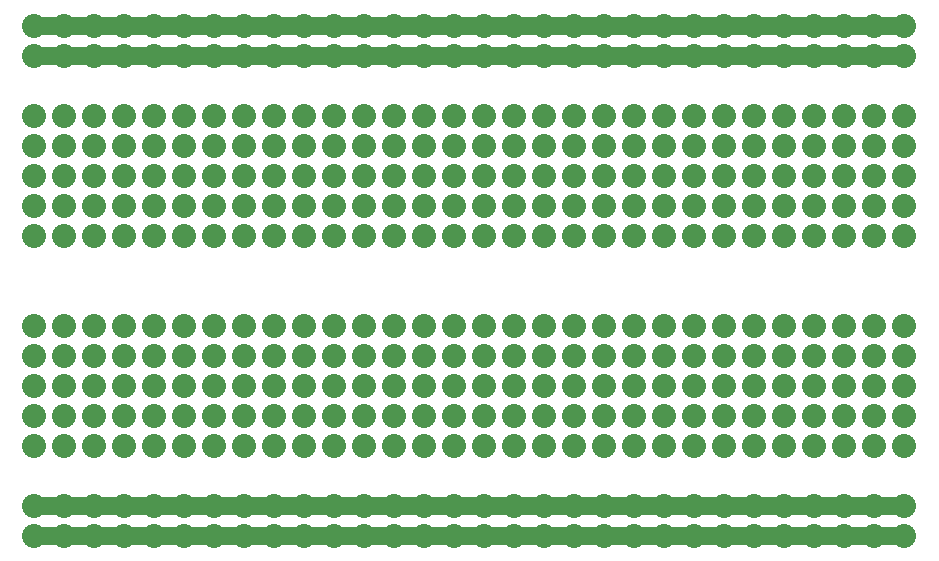
<source format=gtl>
G04 Layer: TopLayer*
G04 EasyEDA v6.4.7, 2020-11-05T13:47:00--3:00*
G04 c1199a7e55574453b5ef4e22c537c2a6,NaN*
G04 Gerber Generator version 0.2*
G04 Scale: 100 percent, Rotated: No, Reflected: No *
G04 Dimensions in inches *
G04 leading zeros omitted , absolute positions ,2 integer and 4 decimal *
%FSLAX24Y24*%
%MOIN*%
G90*
D02*

%ADD11C,0.060000*%
%ADD12C,0.080000*%

%LPD*%
G54D11*
G01X500Y18000D02*
G01X29500Y18000D01*
G01X500Y2000D02*
G01X29500Y2000D01*
G01X500Y1000D02*
G01X29500Y1000D01*
G01X500Y17000D02*
G01X29500Y17000D01*
G54D12*
G01X500Y18000D03*
G01X1500Y18000D03*
G01X3500Y18000D03*
G01X4500Y18000D03*
G01X5500Y18000D03*
G01X6500Y18000D03*
G01X7500Y18000D03*
G01X8500Y18000D03*
G01X9500Y18000D03*
G01X10500Y18000D03*
G01X11500Y18000D03*
G01X12500Y18000D03*
G01X13500Y18000D03*
G01X14500Y18000D03*
G01X15500Y18000D03*
G01X16500Y18000D03*
G01X17500Y18000D03*
G01X18500Y18000D03*
G01X19500Y18000D03*
G01X20500Y18000D03*
G01X21500Y18000D03*
G01X22500Y18000D03*
G01X23500Y18000D03*
G01X24500Y18000D03*
G01X25500Y18000D03*
G01X26500Y18000D03*
G01X27500Y18000D03*
G01X28500Y18000D03*
G01X29500Y18000D03*
G01X500Y15000D03*
G01X500Y14000D03*
G01X500Y13000D03*
G01X500Y12000D03*
G01X500Y11000D03*
G01X500Y17000D03*
G01X1500Y17000D03*
G01X2500Y17000D03*
G01X3500Y17000D03*
G01X4500Y17000D03*
G01X5500Y17000D03*
G01X6500Y17000D03*
G01X7500Y17000D03*
G01X8500Y17000D03*
G01X9500Y17000D03*
G01X10500Y17000D03*
G01X11500Y17000D03*
G01X12500Y17000D03*
G01X13500Y17000D03*
G01X14500Y17000D03*
G01X15500Y17000D03*
G01X16500Y17000D03*
G01X17500Y17000D03*
G01X18500Y17000D03*
G01X19500Y17000D03*
G01X20500Y17000D03*
G01X21500Y17000D03*
G01X22500Y17000D03*
G01X23500Y17000D03*
G01X24500Y17000D03*
G01X25500Y17000D03*
G01X26500Y17000D03*
G01X27500Y17000D03*
G01X28500Y17000D03*
G01X29500Y17000D03*
G01X500Y1000D03*
G01X1500Y1000D03*
G01X2500Y1000D03*
G01X3500Y1000D03*
G01X4500Y1000D03*
G01X5500Y1000D03*
G01X6500Y1000D03*
G01X7500Y1000D03*
G01X8500Y1000D03*
G01X9500Y1000D03*
G01X10500Y1000D03*
G01X11500Y1000D03*
G01X12500Y1000D03*
G01X13500Y1000D03*
G01X14500Y1000D03*
G01X15500Y1000D03*
G01X16500Y1000D03*
G01X17500Y1000D03*
G01X18500Y1000D03*
G01X19500Y1000D03*
G01X20500Y1000D03*
G01X21500Y1000D03*
G01X22500Y1000D03*
G01X23500Y1000D03*
G01X24500Y1000D03*
G01X25500Y1000D03*
G01X26500Y1000D03*
G01X27500Y1000D03*
G01X28500Y1000D03*
G01X29500Y1000D03*
G01X500Y2000D03*
G01X1500Y2000D03*
G01X2500Y2000D03*
G01X3500Y2000D03*
G01X4500Y2000D03*
G01X5500Y2000D03*
G01X6500Y2000D03*
G01X7500Y2000D03*
G01X8500Y2000D03*
G01X9500Y2000D03*
G01X10500Y2000D03*
G01X11500Y2000D03*
G01X12500Y2000D03*
G01X13500Y2000D03*
G01X14500Y2000D03*
G01X15500Y2000D03*
G01X16500Y2000D03*
G01X17500Y2000D03*
G01X18500Y2000D03*
G01X19500Y2000D03*
G01X20500Y2000D03*
G01X21500Y2000D03*
G01X22500Y2000D03*
G01X23500Y2000D03*
G01X24500Y2000D03*
G01X25500Y2000D03*
G01X26500Y2000D03*
G01X27500Y2000D03*
G01X28500Y2000D03*
G01X29500Y2000D03*
G01X500Y8000D03*
G01X500Y7000D03*
G01X500Y6000D03*
G01X500Y5000D03*
G01X500Y4000D03*
G01X1500Y15000D03*
G01X1500Y14000D03*
G01X1500Y13000D03*
G01X1500Y12000D03*
G01X1500Y11000D03*
G01X2500Y15000D03*
G01X2500Y14000D03*
G01X2500Y13000D03*
G01X2500Y12000D03*
G01X2500Y11000D03*
G01X3500Y15000D03*
G01X3500Y14000D03*
G01X3500Y13000D03*
G01X3500Y12000D03*
G01X3500Y11000D03*
G01X4500Y15000D03*
G01X4500Y14000D03*
G01X4500Y13000D03*
G01X4500Y12000D03*
G01X4500Y11000D03*
G01X5500Y15000D03*
G01X5500Y14000D03*
G01X5500Y13000D03*
G01X5500Y12000D03*
G01X5500Y11000D03*
G01X6500Y15000D03*
G01X6500Y14000D03*
G01X6500Y13000D03*
G01X6500Y12000D03*
G01X6500Y11000D03*
G01X7500Y15000D03*
G01X7500Y14000D03*
G01X7500Y13000D03*
G01X7500Y12000D03*
G01X7500Y11000D03*
G01X8500Y15000D03*
G01X8500Y14000D03*
G01X8500Y13000D03*
G01X8500Y12000D03*
G01X8500Y11000D03*
G01X9500Y15000D03*
G01X9500Y14000D03*
G01X9500Y13000D03*
G01X9500Y12000D03*
G01X9500Y11000D03*
G01X10500Y15000D03*
G01X10500Y14000D03*
G01X10500Y13000D03*
G01X10500Y12000D03*
G01X10500Y11000D03*
G01X11500Y15000D03*
G01X11500Y14000D03*
G01X11500Y13000D03*
G01X11500Y12000D03*
G01X11500Y11000D03*
G01X12500Y15000D03*
G01X12500Y14000D03*
G01X12500Y13000D03*
G01X12500Y12000D03*
G01X12500Y11000D03*
G01X13500Y15000D03*
G01X13500Y14000D03*
G01X13500Y13000D03*
G01X13500Y12000D03*
G01X13500Y11000D03*
G01X14500Y15000D03*
G01X14500Y14000D03*
G01X14500Y13000D03*
G01X14500Y12000D03*
G01X14500Y11000D03*
G01X15500Y15000D03*
G01X15500Y14000D03*
G01X15500Y13000D03*
G01X15500Y12000D03*
G01X15500Y11000D03*
G01X16500Y15000D03*
G01X16500Y14000D03*
G01X16500Y13000D03*
G01X16500Y12000D03*
G01X16500Y11000D03*
G01X17500Y15000D03*
G01X17500Y14000D03*
G01X17500Y13000D03*
G01X17500Y12000D03*
G01X17500Y11000D03*
G01X18500Y15000D03*
G01X18500Y14000D03*
G01X18500Y13000D03*
G01X18500Y12000D03*
G01X18500Y11000D03*
G01X19500Y15000D03*
G01X19500Y14000D03*
G01X19500Y13000D03*
G01X19500Y12000D03*
G01X19500Y11000D03*
G01X20500Y15000D03*
G01X20500Y14000D03*
G01X20500Y13000D03*
G01X20500Y12000D03*
G01X20500Y11000D03*
G01X21500Y15000D03*
G01X21500Y14000D03*
G01X21500Y13000D03*
G01X21500Y12000D03*
G01X21500Y11000D03*
G01X22500Y15000D03*
G01X22500Y14000D03*
G01X22500Y13000D03*
G01X22500Y12000D03*
G01X22500Y11000D03*
G01X23500Y15000D03*
G01X23500Y14000D03*
G01X23500Y13000D03*
G01X23500Y12000D03*
G01X23500Y11000D03*
G01X24500Y15000D03*
G01X24500Y14000D03*
G01X24500Y13000D03*
G01X24500Y12000D03*
G01X24500Y11000D03*
G01X25500Y15000D03*
G01X25500Y14000D03*
G01X25500Y13000D03*
G01X25500Y12000D03*
G01X25500Y11000D03*
G01X26500Y15000D03*
G01X26500Y14000D03*
G01X26500Y13000D03*
G01X26500Y12000D03*
G01X26500Y11000D03*
G01X27500Y15000D03*
G01X27500Y14000D03*
G01X27500Y13000D03*
G01X27500Y12000D03*
G01X27500Y11000D03*
G01X28500Y15000D03*
G01X28500Y14000D03*
G01X28500Y13000D03*
G01X28500Y12000D03*
G01X28500Y11000D03*
G01X29500Y15000D03*
G01X29500Y14000D03*
G01X29500Y13000D03*
G01X29500Y12000D03*
G01X29500Y11000D03*
G01X1500Y8000D03*
G01X1500Y7000D03*
G01X1500Y6000D03*
G01X1500Y5000D03*
G01X1500Y4000D03*
G01X2500Y8000D03*
G01X2500Y7000D03*
G01X2500Y6000D03*
G01X2500Y5000D03*
G01X2500Y4000D03*
G01X3500Y8000D03*
G01X3500Y7000D03*
G01X3500Y6000D03*
G01X3500Y5000D03*
G01X3500Y4000D03*
G01X4500Y8000D03*
G01X4500Y7000D03*
G01X4500Y6000D03*
G01X4500Y5000D03*
G01X4500Y4000D03*
G01X5500Y8000D03*
G01X5500Y7000D03*
G01X5500Y6000D03*
G01X5500Y5000D03*
G01X5500Y4000D03*
G01X6500Y8000D03*
G01X6500Y7000D03*
G01X6500Y6000D03*
G01X6500Y5000D03*
G01X6500Y4000D03*
G01X7500Y8000D03*
G01X7500Y7000D03*
G01X7500Y6000D03*
G01X7500Y5000D03*
G01X7500Y4000D03*
G01X8500Y8000D03*
G01X8500Y7000D03*
G01X8500Y6000D03*
G01X8500Y5000D03*
G01X8500Y4000D03*
G01X9500Y8000D03*
G01X9500Y7000D03*
G01X9500Y6000D03*
G01X9500Y5000D03*
G01X9500Y4000D03*
G01X10500Y8000D03*
G01X10500Y7000D03*
G01X10500Y6000D03*
G01X10500Y5000D03*
G01X10500Y4000D03*
G01X11500Y8000D03*
G01X11500Y7000D03*
G01X11500Y6000D03*
G01X11500Y5000D03*
G01X11500Y4000D03*
G01X12500Y8000D03*
G01X12500Y7000D03*
G01X12500Y6000D03*
G01X12500Y5000D03*
G01X12500Y4000D03*
G01X13500Y8000D03*
G01X13500Y7000D03*
G01X13500Y6000D03*
G01X13500Y5000D03*
G01X13500Y4000D03*
G01X14500Y8000D03*
G01X14500Y7000D03*
G01X14500Y6000D03*
G01X14500Y5000D03*
G01X14500Y4000D03*
G01X15500Y8000D03*
G01X15500Y7000D03*
G01X15500Y6000D03*
G01X15500Y5000D03*
G01X15500Y4000D03*
G01X16500Y8000D03*
G01X16500Y7000D03*
G01X16500Y6000D03*
G01X16500Y5000D03*
G01X16500Y4000D03*
G01X17500Y8000D03*
G01X17500Y7000D03*
G01X17500Y6000D03*
G01X17500Y5000D03*
G01X17500Y4000D03*
G01X18500Y8000D03*
G01X18500Y7000D03*
G01X18500Y6000D03*
G01X18500Y5000D03*
G01X18500Y4000D03*
G01X19500Y8000D03*
G01X19500Y7000D03*
G01X19500Y6000D03*
G01X19500Y5000D03*
G01X19500Y4000D03*
G01X20500Y8000D03*
G01X20500Y7000D03*
G01X20500Y6000D03*
G01X20500Y5000D03*
G01X20500Y4000D03*
G01X21500Y8000D03*
G01X21500Y7000D03*
G01X21500Y6000D03*
G01X21500Y5000D03*
G01X21500Y4000D03*
G01X22500Y8000D03*
G01X22500Y7000D03*
G01X22500Y6000D03*
G01X22500Y5000D03*
G01X22500Y4000D03*
G01X23500Y8000D03*
G01X23500Y7000D03*
G01X23500Y6000D03*
G01X23500Y5000D03*
G01X23500Y4000D03*
G01X24500Y8000D03*
G01X24500Y7000D03*
G01X24500Y6000D03*
G01X24500Y5000D03*
G01X24500Y4000D03*
G01X25500Y8000D03*
G01X25500Y7000D03*
G01X25500Y6000D03*
G01X25500Y5000D03*
G01X25500Y4000D03*
G01X26500Y8000D03*
G01X26500Y7000D03*
G01X26500Y6000D03*
G01X26500Y5000D03*
G01X26500Y4000D03*
G01X27500Y8000D03*
G01X27500Y7000D03*
G01X27500Y6000D03*
G01X27500Y5000D03*
G01X27500Y4000D03*
G01X28500Y8000D03*
G01X28500Y7000D03*
G01X28500Y6000D03*
G01X28500Y5000D03*
G01X28500Y4000D03*
G01X29500Y8000D03*
G01X29500Y7000D03*
G01X29500Y6000D03*
G01X29500Y5000D03*
G01X29500Y4000D03*
G01X2500Y18000D03*
M00*
M02*

</source>
